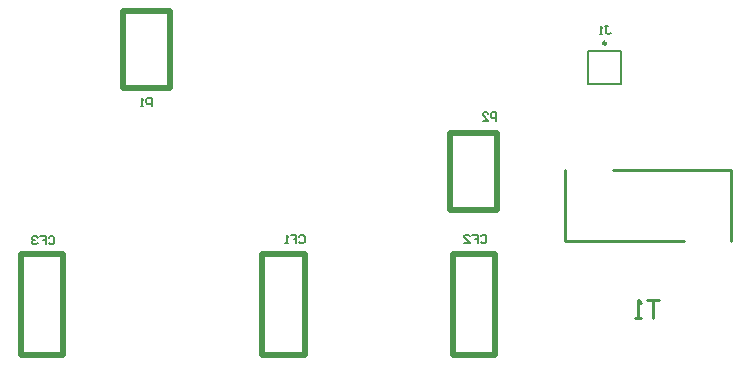
<source format=gbo>
%FSLAX25Y25*%
%MOIN*%
G70*
G01*
G75*
G04 Layer_Color=32896*
%ADD10R,0.11811X0.07874*%
%ADD11R,0.19685X0.11811*%
%ADD12R,0.05906X0.04331*%
%ADD13R,0.04331X0.05906*%
%ADD14R,0.01969X0.04724*%
%ADD15R,0.03150X0.03543*%
%ADD16O,0.09843X0.02756*%
%ADD17C,0.03150*%
%ADD18C,0.01969*%
%ADD19C,0.05906*%
%ADD20C,0.01575*%
%ADD21C,0.01181*%
%ADD22C,0.03937*%
%ADD23C,0.04724*%
%ADD24C,0.05118*%
%ADD25C,0.00945*%
%ADD26R,0.07874X0.07874*%
%ADD27R,0.07874X0.07874*%
%ADD28P,0.08523X8X112.5*%
%ADD29C,0.07874*%
%ADD30P,0.10653X8X292.5*%
%ADD31C,0.09843*%
%ADD32R,0.09843X0.09843*%
%ADD33C,0.00984*%
%ADD34C,0.00787*%
%ADD35C,0.01000*%
D18*
X162000Y72126D02*
X169480Y72126D01*
Y95748D01*
Y97716D01*
X154126D02*
X169480D01*
X154126Y72126D02*
Y97716D01*
Y72126D02*
X162000Y72126D01*
X45126Y112626D02*
X53000D01*
X45126D02*
Y138216D01*
X60480D01*
Y136248D02*
Y138216D01*
Y112626D02*
Y136248D01*
X53000Y112626D02*
X60480D01*
X154913Y23543D02*
Y57402D01*
Y23543D02*
X169087D01*
Y57402D01*
X154913D02*
X169087D01*
X91413Y23543D02*
Y57402D01*
Y23543D02*
X105587D01*
Y57402D01*
X91413D02*
X105587D01*
X10913Y23543D02*
Y57402D01*
Y23543D02*
X25087D01*
Y57402D01*
X10913D02*
X25087D01*
D33*
X205992Y127571D02*
G03*
X205992Y127571I-492J0D01*
G01*
D34*
X211012Y113988D02*
Y125012D01*
X199988Y113988D02*
X211012D01*
X199988D02*
Y125012D01*
X199988Y125012D02*
X211012D01*
X205663Y133255D02*
X206582D01*
X206122D01*
Y130959D01*
X206582Y130500D01*
X207041D01*
X207500Y130959D01*
X204745Y130500D02*
X203827D01*
X204286D01*
Y133255D01*
X204745Y132796D01*
X169450Y101750D02*
Y104505D01*
X168072D01*
X167613Y104046D01*
Y103128D01*
X168072Y102668D01*
X169450D01*
X164858Y101750D02*
X166695D01*
X164858Y103587D01*
Y104046D01*
X165317Y104505D01*
X166236D01*
X166695Y104046D01*
X54500Y106500D02*
Y109255D01*
X53123D01*
X52663Y108796D01*
Y107878D01*
X53123Y107418D01*
X54500D01*
X51745Y106500D02*
X50827D01*
X51286D01*
Y109255D01*
X51745Y108796D01*
X20163Y62796D02*
X20622Y63255D01*
X21541D01*
X22000Y62796D01*
Y60959D01*
X21541Y60500D01*
X20622D01*
X20163Y60959D01*
X17408Y63255D02*
X19245D01*
Y61878D01*
X18327D01*
X19245D01*
Y60500D01*
X16490Y62796D02*
X16031Y63255D01*
X15112D01*
X14653Y62796D01*
Y62337D01*
X15112Y61878D01*
X15572D01*
X15112D01*
X14653Y61418D01*
Y60959D01*
X15112Y60500D01*
X16031D01*
X16490Y60959D01*
X164163Y63296D02*
X164622Y63755D01*
X165541D01*
X166000Y63296D01*
Y61459D01*
X165541Y61000D01*
X164622D01*
X164163Y61459D01*
X161408Y63755D02*
X163245D01*
Y62378D01*
X162327D01*
X163245D01*
Y61000D01*
X158653D02*
X160490D01*
X158653Y62837D01*
Y63296D01*
X159112Y63755D01*
X160031D01*
X160490Y63296D01*
X103663Y63111D02*
X104122Y63570D01*
X105041D01*
X105500Y63111D01*
Y61274D01*
X105041Y60815D01*
X104122D01*
X103663Y61274D01*
X100908Y63570D02*
X102745D01*
Y62192D01*
X101827D01*
X102745D01*
Y60815D01*
X99990D02*
X99072D01*
X99531D01*
Y63570D01*
X99990Y63111D01*
D35*
X192441Y61689D02*
Y85311D01*
X247559Y61689D02*
Y85311D01*
X192441Y61689D02*
X231811D01*
X208189Y85311D02*
X247559D01*
X223500Y41998D02*
X219501D01*
X221501D01*
Y36000D01*
X217502D02*
X215503D01*
X216502D01*
Y41998D01*
X217502Y40998D01*
M02*

</source>
